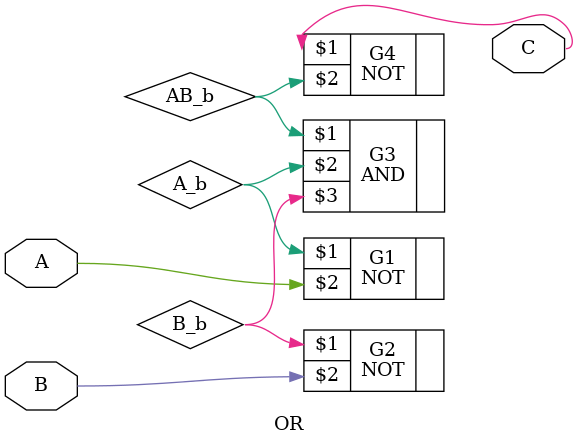
<source format=v>
module OR(C, A, B);
    output C;
    input A, B;
    wire A_b, B_b, AB_b;

    NOT G1(A_b, A);
    NOT G2(B_b, B);
    AND G3(AB_b, A_b, B_b);
    NOT G4(C, AB_b);

endmodule

</source>
